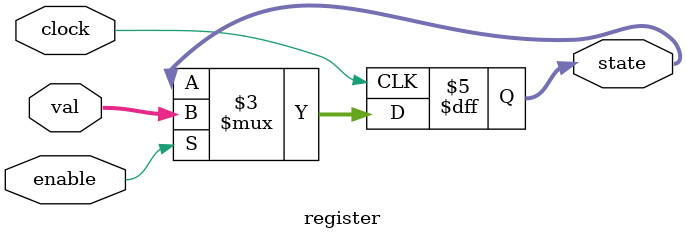
<source format=sv>
module abba (output z, input [1:2]x, input clock);

  wire [1:2]out_reg;
  wire [1:2]in_reg;

  register r(out_reg, clock, 1'b1, in_reg);
  sigma sm(in_reg, out_reg, x);
  omega om(z, out_reg, x);

endmodule // abba

module omega (output z, input [1:2]s, input [1:2]x);

  assign
    z = s[1] & ~s[2] & ~x[1] & ~x[2];

endmodule // omega

module sigma (output [1:2]ns, input [1:2]s, input [1:2]x);

  assign
    ns[1] = s[2] & ~x[1] & x[2];
  assign
    ns[2] = ~s[1] &  s[2] & ~x[1]
          | ~s[1] & ~x[2]
          |  s[2] & ~x[2];

endmodule // sigma

module register (output reg [1:N]state, input clock, input enable, input [1:N]val);

  parameter N = 2;

  // Viene eseguito quando il modulo viene istanziato
  initial begin
    state = 0;
  end

  // Viene eseguito ad ogni posedge del clock
  always @ (posedge clock) begin
    if (enable)
      state <= val; // '<=': Assegnamento asincrono (Piu' assegnamenti asincroni consecutivi vengono eseguiti contemporaneamente)
  end

endmodule // register

</source>
